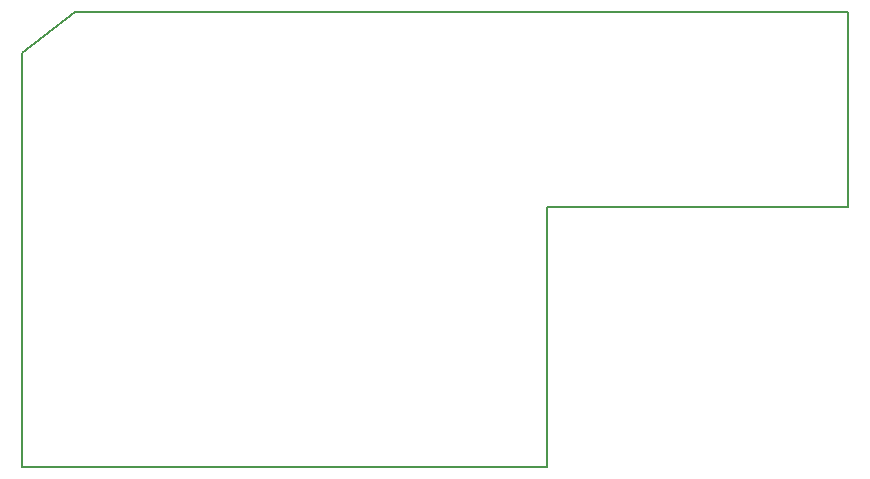
<source format=gbr>
G04 #@! TF.FileFunction,Profile,NP*
%FSLAX46Y46*%
G04 Gerber Fmt 4.6, Leading zero omitted, Abs format (unit mm)*
G04 Created by KiCad (PCBNEW 4.0.7) date 02/27/19 21:19:11*
%MOMM*%
%LPD*%
G01*
G04 APERTURE LIST*
%ADD10C,0.100000*%
%ADD11C,0.150000*%
G04 APERTURE END LIST*
D10*
D11*
X120000000Y-61500000D02*
X120000000Y-78000000D01*
X95000000Y-61500000D02*
X120000000Y-61500000D01*
X54500000Y-61500000D02*
X95000000Y-61500000D01*
X50000000Y-65000000D02*
X54500000Y-61500000D01*
X94500000Y-100000000D02*
X50000000Y-100000000D01*
X94500000Y-78000000D02*
X94500000Y-100000000D01*
X120000000Y-78000000D02*
X94500000Y-78000000D01*
X50000000Y-100000000D02*
X50000000Y-65000000D01*
M02*

</source>
